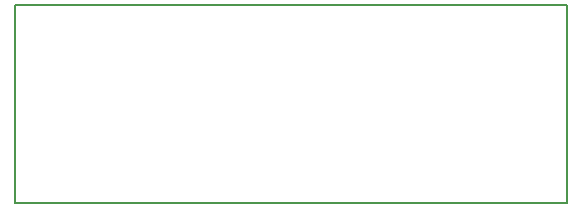
<source format=gbr>
G04 #@! TF.FileFunction,Profile,NP*
%FSLAX46Y46*%
G04 Gerber Fmt 4.6, Leading zero omitted, Abs format (unit mm)*
G04 Created by KiCad (PCBNEW 4.0.0-rc1-stable) date 10/11/2017 19:58:53*
%MOMM*%
G01*
G04 APERTURE LIST*
%ADD10C,0.100000*%
%ADD11C,0.150000*%
G04 APERTURE END LIST*
D10*
D11*
X142240000Y-95300800D02*
X142240000Y-112039400D01*
X188976000Y-112039400D02*
X142265400Y-112039400D01*
X188976000Y-95300800D02*
X188976000Y-112039400D01*
X142240000Y-95300800D02*
X188976000Y-95300800D01*
M02*

</source>
